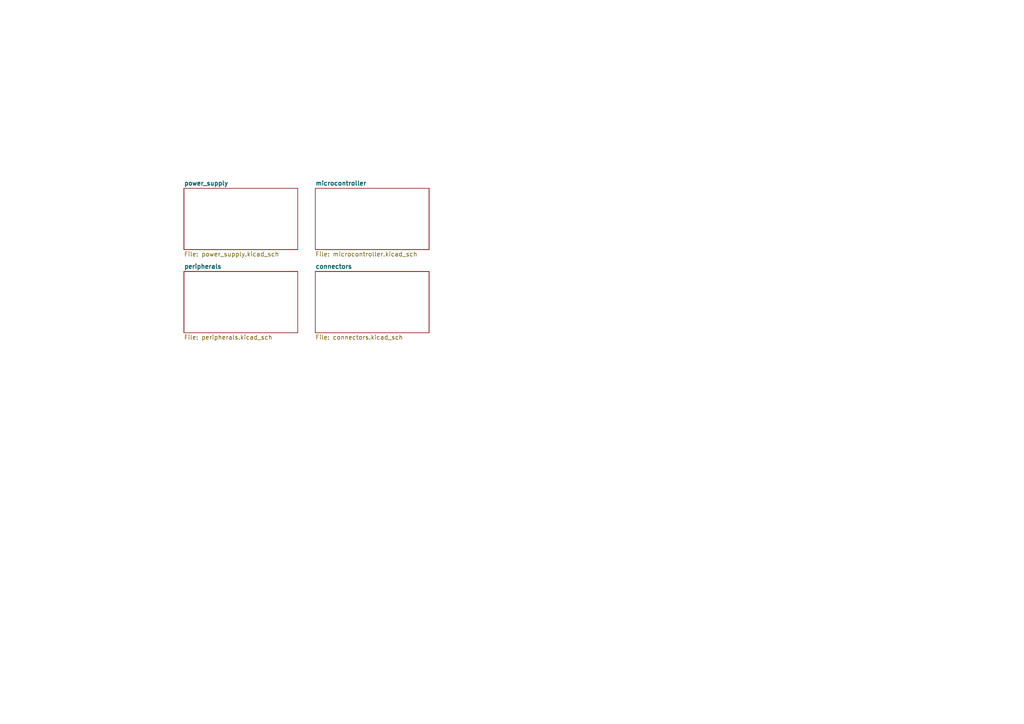
<source format=kicad_sch>
(kicad_sch (version 20211123) (generator eeschema)
  (paper "A4")
  (title_block (title "Pico Card") (date "2022-05-28") (rev "v1.0") (company "DIVA ENG"))
  (lib_symbols)
  (sheet (at 53.34 54.61) (size 33.02 17.78) (stroke (width 0.1524))
    (property "Sheet name" "power_supply" (at 53.34 53.8984 0) (effects (font bold) (justify left bottom)))
    (property "Sheet file" "power_supply.kicad_sch" (at 53.34 72.9746 0) (effects (justify left top)))
  )
  (sheet (at 91.44 78.74) (size 33.02 17.78) (stroke (width 0.1524))
    (property "Sheet name" "connectors" (at 91.44 78.0284 0) (effects (font bold) (justify left bottom)))
    (property "Sheet file" "connectors.kicad_sch" (at 91.44 97.1046 0) (effects (justify left top)))
  )
  (sheet (at 53.34 78.74) (size 33.02 17.78) (stroke (width 0.1524))
    (property "Sheet name" "peripherals" (at 53.34 78.0284 0) (effects (font bold) (justify left bottom)))
    (property "Sheet file" "peripherals.kicad_sch" (at 53.34 97.1046 0) (effects (justify left top)))
  )
  (sheet (at 91.44 54.61) (size 33.02 17.78) (stroke (width 0.1524))
    (property "Sheet name" "microcontroller" (at 91.44 53.8984 0) (effects (font bold) (justify left bottom)))
    (property "Sheet file" "microcontroller.kicad_sch" (at 91.44 72.9746 0) (effects (justify left top)))
  )
)
</source>
